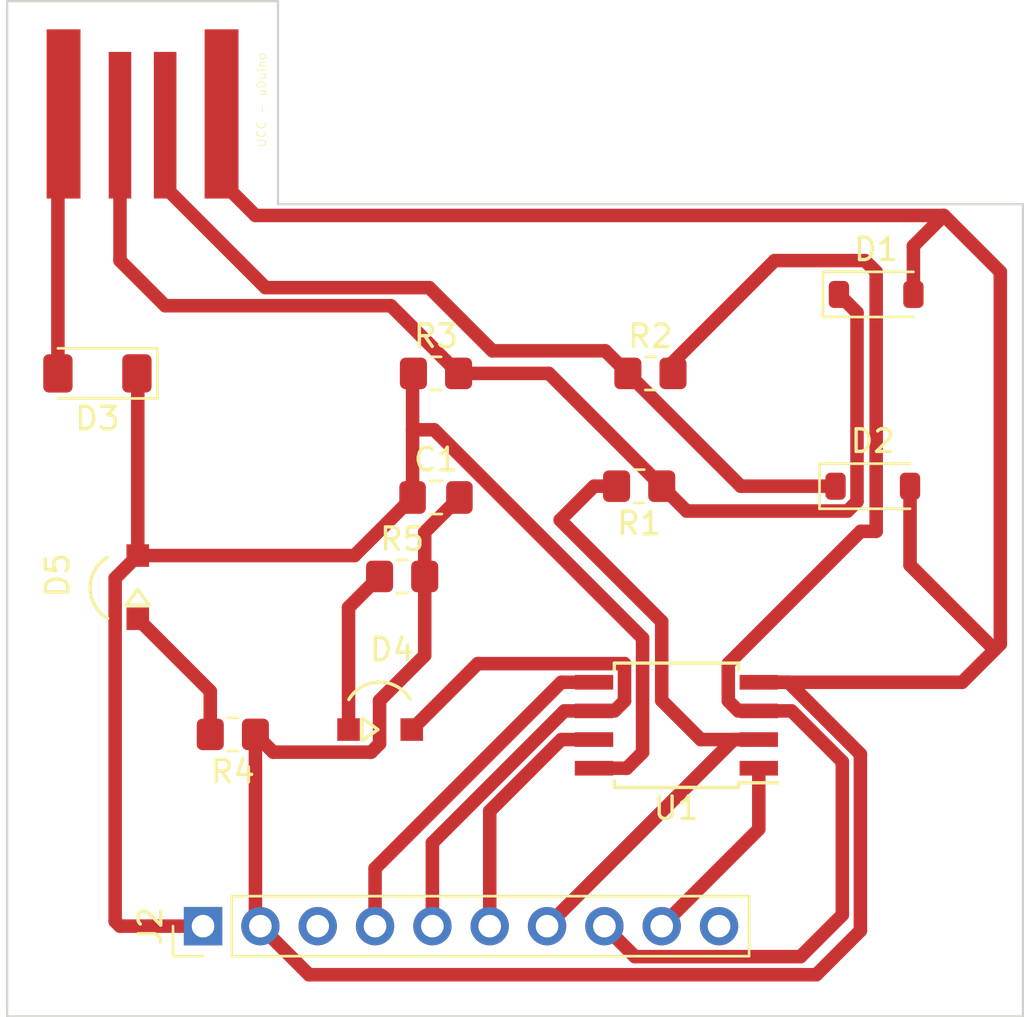
<source format=kicad_pcb>
(kicad_pcb (version 20241229) (generator "pcbnew") (generator_version "9.0")
  (layers (0 "F.Cu" signal) (2 "B.Cu" signal) (13 "F.Paste" user) (15 "B.Paste" user) (5 "F.SilkS" user "F.Silkscreen") (7 "B.SilkS" user "B.Silkscreen") (1 "F.Mask" user) (3 "B.Mask" user) (25 "Edge.Cuts" user))
  (net 0 "")
  (net 1 "GND")
  (net 2 "Net-(D1-K)")
  (net 3 "+5V")
  (net 4 "Net-(D2-K)")
  (net 5 "Net-(D3-A)")
  (net 6 "Net-(D4-A)")
  (net 7 "Net-(D4-K)")
  (net 8 "Net-(D5-K)")
  (net 9 "Net-(J2-Pin_4)")
  (net 10 "Net-(J2-Pin_7)")
  (net 11 "Net-(J2-Pin_6)")
  (net 13 "Net-(J2-Pin_9)")
  (net 15 "Net-(J2-Pin_8)")
  (footprint "ledSmd:ledSMD" (layer "F.Cu") (at 136.925 105.2875)
    (property "Reference" "D4" (at 0.125 -3.55 0) (layer "F.SilkS"))
    (property "Value" "Led Green")
    (fp_line (start -1.2 0.5) (end -1.2 -0.5) (stroke (width 0.15)) (layer "F.SilkS"))
    (fp_line (start -1.15 -0.475) (end -0.5 0) (stroke (width 0.15)) (layer "F.SilkS"))
    (fp_line (start -0.5 0) (end -1.2 0.5) (stroke (width 0.15)) (layer "F.SilkS"))
    (fp_arc (start -1.786089 -1.331572) (mid -0.435753 -2.107089) (end 0.924999 -1.349999) (stroke (width 0.15)) (layer "F.SilkS"))
    (pad "1" smd rect (at -1.8 0) (size 1 1) (layers "F.Cu" "F.Mask" "F.Paste") (net 7 "Net-(D4-K)"))
    (pad "2" smd rect (at 1 0) (size 1 1) (layers "F.Cu" "F.Mask" "F.Paste") (net 6 "Net-(D4-A)"))
  )
  (footprint "Package_SO:SOIC-8W_5.3x5.3mm_P1.27mm" (layer "F.Cu") (at 149.65 105.095 180)
    (property "Reference" "U1" (at 0 -3.68 0) (layer "F.SilkS"))
    (property "Value" "ATtiny85-20S" (hide yes))
    (fp_line (start 2.75 2.755) (end 2.75 2.455) (stroke (width 0.15)) (layer "F.SilkS"))
    (fp_line (start 2.75 -2.755) (end 2.75 -2.455) (stroke (width 0.15)) (layer "F.SilkS"))
    (fp_line (start -2.75 2.755) (end 2.75 2.755) (stroke (width 0.15)) (layer "F.SilkS"))
    (fp_line (start -2.75 2.755) (end -2.75 2.455) (stroke (width 0.15)) (layer "F.SilkS"))
    (fp_line (start -2.75 -2.55) (end -4.5 -2.55) (stroke (width 0.15)) (layer "F.SilkS"))
    (fp_line (start -2.75 -2.755) (end 2.75 -2.755) (stroke (width 0.15)) (layer "F.SilkS"))
    (fp_line (start -2.75 -2.755) (end -2.75 -2.55) (stroke (width 0.15)) (layer "F.SilkS"))
    (pad "1" smd rect (at -3.65 -1.905 180) (size 1.7 0.65) (layers "F.Cu" "F.Mask" "F.Paste") (net 13 "Net-(J2-Pin_9)"))
    (pad "2" smd rect (at -3.65 -0.635 180) (size 1.7 0.65) (layers "F.Cu" "F.Mask" "F.Paste") (net 10 "Net-(J2-Pin_7)"))
    (pad "3" smd rect (at -3.65 0.635 180) (size 1.7 0.65) (layers "F.Cu" "F.Mask" "F.Paste") (net 15 "Net-(J2-Pin_8)"))
    (pad "4" smd rect (at -3.65 1.905 180) (size 1.7 0.65) (layers "F.Cu" "F.Mask" "F.Paste") (net 1 "GND"))
    (pad "5" smd rect (at 3.65 1.905 180) (size 1.7 0.65) (layers "F.Cu" "F.Mask" "F.Paste") (net 9 "Net-(J2-Pin_4)"))
    (pad "6" smd rect (at 3.65 0.635 180) (size 1.7 0.65) (layers "F.Cu" "F.Mask" "F.Paste") (net 6 "Net-(D4-A)"))
    (pad "7" smd rect (at 3.65 -0.635 180) (size 1.7 0.65) (layers "F.Cu" "F.Mask" "F.Paste") (net 11 "Net-(J2-Pin_6)"))
    (pad "8" smd rect (at 3.65 -1.905 180) (size 1.7 0.65) (layers "F.Cu" "F.Mask" "F.Paste") (net 3 "+5V"))
  )
  (footprint "Diode_SMD:D_SOD-123" (layer "F.Cu") (at 158.35 94.5)
    (property "Reference" "D2" (at 0 -2 0) (layer "F.SilkS"))
    (property "Value" "3.6V 1/2mW")
    (fp_line (start -2.36 -1) (end -2.36 1) (stroke (width 0.12)) (layer "F.SilkS"))
    (fp_line (start -2.36 -1) (end 1.65 -1) (stroke (width 0.12)) (layer "F.SilkS"))
    (fp_line (start -2.36 1) (end 1.65 1) (stroke (width 0.12)) (layer "F.SilkS"))
    (pad "1" smd roundrect (at -1.65 0) (size 0.9 1.2) (layers "F.Cu" "F.Mask" "F.Paste") (net 4 "Net-(D2-K)"))
    (pad "2" smd roundrect (at 1.65 0) (size 0.9 1.2) (layers "F.Cu" "F.Mask" "F.Paste") (net 1 "GND"))
  )
  (footprint "ledSmd:ledSMD" (layer "F.Cu") (at 125.7875 98.575 90)
    (property "Reference" "D5" (at 0.125 -3.55 90) (layer "F.SilkS"))
    (property "Value" "Led Red")
    (fp_line (start -1.15 -0.475) (end -0.5 0) (stroke (width 0.15)) (layer "F.SilkS"))
    (fp_line (start -0.5 0) (end -1.2 0.5) (stroke (width 0.15)) (layer "F.SilkS"))
    (fp_line (start -1.2 0.5) (end -1.2 -0.5) (stroke (width 0.15)) (layer "F.SilkS"))
    (fp_arc (start -1.786089 -1.331572) (mid -0.435753 -2.107089) (end 0.924999 -1.349999) (stroke (width 0.15)) (layer "F.SilkS"))
    (pad "1" smd rect (at -1.8 0 90) (size 1 1) (layers "F.Cu" "F.Mask" "F.Paste") (net 8 "Net-(D5-K)"))
    (pad "2" smd rect (at 1 0 90) (size 1 1) (layers "F.Cu" "F.Mask" "F.Paste") (net 3 "+5V"))
  )
  (footprint "usbEmbedded:USB_A_UCC" (layer "F.Cu") (at 126 78.2 -90)
    (property "Reference" "J1" (hide yes))
    (property "Value" "USB_A_UCC" (hide yes))
    (fp_text user "UCC - uDuino" (at 1.3 -5.5 270) (layer "F.SilkS") (effects (font (size 0.38608 0.38608) (thickness 0.032512)) (justify left bottom)))
    (pad "1" smd rect (at -0.2 3.5 270) (size 7.5 1.5) (layers "F.Cu" "F.Mask" "F.Paste") (net 5 "Net-(D3-A)"))
    (pad "2" smd rect (at 0.3 1 270) (size 6.5 1) (layers "F.Cu" "F.Mask" "F.Paste") (net 2 "Net-(D1-K)"))
    (pad "3" smd rect (at 0.3 -1 270) (size 6.5 1) (layers "F.Cu" "F.Mask" "F.Paste") (net 4 "Net-(D2-K)"))
    (pad "4" smd rect (at -0.2 -3.5 270) (size 7.5 1.5) (layers "F.Cu" "F.Mask" "F.Paste") (net 1 "GND"))
  )
  (footprint "Capacitor_SMD:C_0805_2012Metric_Pad1.18x1.45mm_HandSolder" (layer "F.Cu") (at 139 95)
    (property "Reference" "C1" (at 0 -1.68 0) (layer "F.SilkS"))
    (property "Value" "0.1u")
    (fp_line (start -0.261252 -0.735) (end 0.261252 -0.735) (stroke (width 0.12)) (layer "F.SilkS"))
    (fp_line (start -0.261252 0.735) (end 0.261252 0.735) (stroke (width 0.12)) (layer "F.SilkS"))
    (pad "1" smd roundrect (at -1.0375 0) (size 1.175 1.45) (layers "F.Cu" "F.Mask" "F.Paste") (roundrect_rratio 0.212766) (net 3 "+5V"))
    (pad "2" smd roundrect (at 1.0375 0) (size 1.175 1.45) (layers "F.Cu" "F.Mask" "F.Paste") (roundrect_rratio 0.212766) (net 1 "GND"))
  )
  (footprint "Connector_PinHeader_2.54mm:PinHeader_1x10_P2.54mm_Vertical" (layer "F.Cu") (at 128.68 114 90)
    (property "Reference" "J2" (at 0 -2.33 90) (layer "F.SilkS"))
    (property "Value" "Header" (hide yes))
    (fp_line (start -1.33 -1.33) (end 0 -1.33) (stroke (width 0.12)) (layer "F.SilkS"))
    (fp_line (start -1.33 0) (end -1.33 -1.33) (stroke (width 0.12)) (layer "F.SilkS"))
    (fp_line (start 1.33 1.27) (end 1.33 24.19) (stroke (width 0.12)) (layer "F.SilkS"))
    (fp_line (start -1.33 1.27) (end 1.33 1.27) (stroke (width 0.12)) (layer "F.SilkS"))
    (fp_line (start -1.33 1.27) (end -1.33 24.19) (stroke (width 0.12)) (layer "F.SilkS"))
    (fp_line (start -1.33 24.19) (end 1.33 24.19) (stroke (width 0.12)) (layer "F.SilkS"))
    (pad "1" thru_hole rect (at 0 0 90) (size 1.7 1.7) (drill 1) (layers "*.Cu" "*.Mask") (net 3 "+5V"))
    (pad "2" thru_hole oval (at 0 2.54 90) (size 1.7 1.7) (drill 1) (layers "*.Cu" "*.Mask") (net 1 "GND"))
    (pad "3" thru_hole oval (at 0 5.08 90) (size 1.7 1.7) (drill 1) (layers "*.Cu" "*.Mask"))
    (pad "4" thru_hole oval (at 0 7.62 90) (size 1.7 1.7) (drill 1) (layers "*.Cu" "*.Mask") (net 9 "Net-(J2-Pin_4)"))
    (pad "5" thru_hole oval (at 0 10.16 90) (size 1.7 1.7) (drill 1) (layers "*.Cu" "*.Mask") (net 6 "Net-(D4-A)"))
    (pad "6" thru_hole oval (at 0 12.7 90) (size 1.7 1.7) (drill 1) (layers "*.Cu" "*.Mask") (net 11 "Net-(J2-Pin_6)"))
    (pad "7" thru_hole oval (at 0 15.24 90) (size 1.7 1.7) (drill 1) (layers "*.Cu" "*.Mask") (net 10 "Net-(J2-Pin_7)"))
    (pad "8" thru_hole oval (at 0 17.78 90) (size 1.7 1.7) (drill 1) (layers "*.Cu" "*.Mask") (net 15 "Net-(J2-Pin_8)"))
    (pad "9" thru_hole oval (at 0 20.32 90) (size 1.7 1.7) (drill 1) (layers "*.Cu" "*.Mask") (net 13 "Net-(J2-Pin_9)"))
    (pad "10" thru_hole oval (at 0 22.86 90) (size 1.7 1.7) (drill 1) (layers "*.Cu" "*.Mask"))
  )
  (footprint "Resistor_SMD:R_0805_2012Metric_Pad1.20x1.40mm_HandSolder" (layer "F.Cu") (at 148.5 89.5)
    (property "Reference" "R2" (at 0 -1.65 0) (layer "F.SilkS"))
    (property "Value" "68Ω 5% 1/8W")
    (fp_line (start -0.227064 -0.735) (end 0.227064 -0.735) (stroke (width 0.12)) (layer "F.SilkS"))
    (fp_line (start -0.227064 0.735) (end 0.227064 0.735) (stroke (width 0.12)) (layer "F.SilkS"))
    (pad "1" smd roundrect (at -1 0) (size 1.2 1.4) (layers "F.Cu" "F.Mask" "F.Paste") (roundrect_rratio 0.208333) (net 4 "Net-(D2-K)"))
    (pad "2" smd roundrect (at 1 0) (size 1.2 1.4) (layers "F.Cu" "F.Mask" "F.Paste") (roundrect_rratio 0.208333) (net 15 "Net-(J2-Pin_8)"))
  )
  (footprint "Diode_SMD:D_MiniMELF" (layer "F.Cu") (at 124 89.5 180)
    (property "Reference" "D3" (at 0 -2 0) (layer "F.SilkS"))
    (property "Value" "PMLL4148L")
    (fp_line (start 1.75 -1.11) (end -2.66 -1.11) (stroke (width 0.12)) (layer "F.SilkS"))
    (fp_line (start -2.66 1.11) (end 1.75 1.11) (stroke (width 0.12)) (layer "F.SilkS"))
    (fp_line (start -2.66 -1.11) (end -2.66 1.11) (stroke (width 0.12)) (layer "F.SilkS"))
    (pad "1" smd roundrect (at -1.75 0 180) (size 1.3 1.7) (layers "F.Cu" "F.Mask" "F.Paste") (roundrect_rratio 0.1923076923) (net 3 "+5V"))
    (pad "2" smd roundrect (at 1.75 0 180) (size 1.3 1.7) (layers "F.Cu" "F.Mask" "F.Paste") (roundrect_rratio 0.1923076923) (net 5 "Net-(D3-A)"))
  )
  (footprint "Resistor_SMD:R_0805_2012Metric_Pad1.20x1.40mm_HandSolder" (layer "F.Cu") (at 148 94.5 180)
    (property "Reference" "R1" (at 0 -1.65 0) (layer "F.SilkS"))
    (property "Value" "68Ω 5% 1/8W")
    (fp_line (start -0.227064 0.735) (end 0.227064 0.735) (stroke (width 0.12)) (layer "F.SilkS"))
    (fp_line (start -0.227064 -0.735) (end 0.227064 -0.735) (stroke (width 0.12)) (layer "F.SilkS"))
    (pad "1" smd roundrect (at -1 0 180) (size 1.2 1.4) (layers "F.Cu" "F.Mask" "F.Paste") (roundrect_rratio 0.208333) (net 2 "Net-(D1-K)"))
    (pad "2" smd roundrect (at 1 0 180) (size 1.2 1.4) (layers "F.Cu" "F.Mask" "F.Paste") (roundrect_rratio 0.208333) (net 10 "Net-(J2-Pin_7)"))
  )
  (footprint "Resistor_SMD:R_0805_2012Metric_Pad1.20x1.40mm_HandSolder" (layer "F.Cu") (at 137.5 98.5)
    (property "Reference" "R5" (at 0 -1.65 0) (layer "F.SilkS"))
    (property "Value" "330Ω 5% 1/8W")
    (fp_line (start -0.227064 -0.735) (end 0.227064 -0.735) (stroke (width 0.12)) (layer "F.SilkS"))
    (fp_line (start -0.227064 0.735) (end 0.227064 0.735) (stroke (width 0.12)) (layer "F.SilkS"))
    (pad "1" smd roundrect (at -1 0) (size 1.2 1.4) (layers "F.Cu" "F.Mask" "F.Paste") (roundrect_rratio 0.208333) (net 7 "Net-(D4-K)"))
    (pad "2" smd roundrect (at 1 0) (size 1.2 1.4) (layers "F.Cu" "F.Mask" "F.Paste") (roundrect_rratio 0.208333) (net 1 "GND"))
  )
  (footprint "Diode_SMD:D_SOD-123" (layer "F.Cu") (at 158.5 86)
    (property "Reference" "D1" (at 0 -2 0) (layer "F.SilkS"))
    (property "Value" "3.6V 1/2mW")
    (fp_line (start -2.36 -1) (end -2.36 1) (stroke (width 0.12)) (layer "F.SilkS"))
    (fp_line (start -2.36 -1) (end 1.65 -1) (stroke (width 0.12)) (layer "F.SilkS"))
    (fp_line (start -2.36 1) (end 1.65 1) (stroke (width 0.12)) (layer "F.SilkS"))
    (pad "1" smd roundrect (at -1.65 0) (size 0.9 1.2) (layers "F.Cu" "F.Mask" "F.Paste") (net 2 "Net-(D1-K)"))
    (pad "2" smd roundrect (at 1.65 0) (size 0.9 1.2) (layers "F.Cu" "F.Mask" "F.Paste") (net 1 "GND"))
  )
  (footprint "Resistor_SMD:R_0805_2012Metric_Pad1.20x1.40mm_HandSolder" (layer "F.Cu") (at 139 89.5)
    (property "Reference" "R3" (at 0 -1.65 0) (layer "F.SilkS"))
    (property "Value" "1.5KΩ 5% 1/8W")
    (fp_line (start -0.227064 -0.735) (end 0.227064 -0.735) (stroke (width 0.12)) (layer "F.SilkS"))
    (fp_line (start -0.227064 0.735) (end 0.227064 0.735) (stroke (width 0.12)) (layer "F.SilkS"))
    (pad "1" smd roundrect (at -1 0) (size 1.2 1.4) (layers "F.Cu" "F.Mask" "F.Paste") (roundrect_rratio 0.208333) (net 3 "+5V"))
    (pad "2" smd roundrect (at 1 0) (size 1.2 1.4) (layers "F.Cu" "F.Mask" "F.Paste") (roundrect_rratio 0.208333) (net 2 "Net-(D1-K)"))
  )
  (footprint "Resistor_SMD:R_0805_2012Metric_Pad1.20x1.40mm_HandSolder" (layer "F.Cu") (at 130 105.5 180)
    (property "Reference" "R4" (at 0 -1.65 0) (layer "F.SilkS"))
    (property "Value" "330Ω 5% 1/8W")
    (fp_line (start -0.227064 0.735) (end 0.227064 0.735) (stroke (width 0.12)) (layer "F.SilkS"))
    (fp_line (start -0.227064 -0.735) (end 0.227064 -0.735) (stroke (width 0.12)) (layer "F.SilkS"))
    (pad "1" smd roundrect (at -1 0 180) (size 1.2 1.4) (layers "F.Cu" "F.Mask" "F.Paste") (roundrect_rratio 0.208333) (net 1 "GND"))
    (pad "2" smd roundrect (at 1 0 180) (size 1.2 1.4) (layers "F.Cu" "F.Mask" "F.Paste") (roundrect_rratio 0.208333) (net 8 "Net-(D5-K)"))
  )
  (gr_line (start 120 118) (end 165 118) (stroke (width 0.1)) (layer "Edge.Cuts"))
  (gr_line (start 132 82) (end 132 73) (stroke (width 0.1)) (layer "Edge.Cuts"))
  (gr_line (start 165 82) (end 132 82) (stroke (width 0.1)) (layer "Edge.Cuts"))
  (gr_line (start 120 73) (end 120 118) (stroke (width 0.1)) (layer "Edge.Cuts"))
  (gr_line (start 132 73) (end 120 73) (stroke (width 0.1)) (layer "Edge.Cuts"))
  (gr_line (start 165 118) (end 165 82) (stroke (width 0.1)) (layer "Edge.Cuts"))
  (segment (start 160 94.5) (end 160 98) (width 0.6) (layer "F.Cu") (net 1))
  (segment (start 153.3 103.19) (end 162.31 103.19) (width 0.6) (layer "F.Cu") (net 1))
  (segment (start 131 82.5) (end 129.5 81) (width 0.6) (layer "F.Cu") (net 1))
  (segment (start 136.5 104) (end 138.5 102) (width 0.6) (layer "F.Cu") (net 1))
  (segment (start 131 105.5) (end 131.7885 106.2885) (width 0.6) (layer "F.Cu") (net 1))
  (segment (start 129.5 81) (end 129.5 78) (width 0.6) (layer "F.Cu") (net 1))
  (segment (start 136.126 106.2885) (end 136.5 105.9145) (width 0.6) (layer "F.Cu") (net 1))
  (segment (start 131.22 114) (end 131.22 113.72) (width 0.6) (layer "F.Cu") (net 1))
  (segment (start 164 85) (end 161.5 82.5) (width 0.6) (layer "F.Cu") (net 1))
  (segment (start 155.848 116.152) (end 157.801 114.199) (width 0.6) (layer "F.Cu") (net 1))
  (segment (start 162.31 103.19) (end 163.75 101.75) (width 0.6) (layer "F.Cu") (net 1))
  (segment (start 131.7885 106.2885) (end 136.126 106.2885) (width 0.6) (layer "F.Cu") (net 1))
  (segment (start 138.5 98.5) (end 138.5 96.5375) (width 0.6) (layer "F.Cu") (net 1))
  (segment (start 160.15 83.85) (end 161.5 82.5) (width 0.6) (layer "F.Cu") (net 1))
  (segment (start 157.801 106.378214) (end 154.612786 103.19) (width 0.6) (layer "F.Cu") (net 1))
  (segment (start 136.5 105.9145) (end 136.5 104) (width 0.6) (layer "F.Cu") (net 1))
  (segment (start 138.5 96.5375) (end 140.0375 95) (width 0.6) (layer "F.Cu") (net 1))
  (segment (start 131.22 113.72) (end 131 113.5) (width 0.6) (layer "F.Cu") (net 1))
  (segment (start 163.75 101.75) (end 164 101.5) (width 0.6) (layer "F.Cu") (net 1))
  (segment (start 157.801 114.199) (end 157.801 106.378214) (width 0.6) (layer "F.Cu") (net 1))
  (segment (start 161.5 82.5) (end 131 82.5) (width 0.6) (layer "F.Cu") (net 1))
  (segment (start 138.5 102) (end 138.5 98.5) (width 0.6) (layer "F.Cu") (net 1))
  (segment (start 160.15 86) (end 160.15 83.85) (width 0.6) (layer "F.Cu") (net 1))
  (segment (start 154.612786 103.19) (end 153.3 103.19) (width 0.6) (layer "F.Cu") (net 1))
  (segment (start 133.372 116.152) (end 155.848 116.152) (width 0.6) (layer "F.Cu") (net 1))
  (segment (start 164 101.5) (end 164 85) (width 0.6) (layer "F.Cu") (net 1))
  (segment (start 160 98) (end 163.75 101.75) (width 0.6) (layer "F.Cu") (net 1))
  (segment (start 131.22 114) (end 133.372 116.152) (width 0.6) (layer "F.Cu") (net 1))
  (segment (start 131 113.5) (end 131 105.5) (width 0.6) (layer "F.Cu") (net 1))
  (segment (start 125 84.5) (end 127 86.5) (width 0.6) (layer "F.Cu") (net 2))
  (segment (start 149 94.5) (end 150.101 95.601) (width 0.6) (layer "F.Cu") (net 2))
  (segment (start 144 89.5) (end 149 94.5) (width 0.6) (layer "F.Cu") (net 2))
  (segment (start 150.101 95.601) (end 157.231954 95.601) (width 0.6) (layer "F.Cu") (net 2))
  (segment (start 127 86.5) (end 137 86.5) (width 0.6) (layer "F.Cu") (net 2))
  (segment (start 137 86.5) (end 140 89.5) (width 0.6) (layer "F.Cu") (net 2))
  (segment (start 140 89.5) (end 144 89.5) (width 0.6) (layer "F.Cu") (net 2))
  (segment (start 125 78.5) (end 125 84.5) (width 0.6) (layer "F.Cu") (net 2))
  (segment (start 157.651 95.181954) (end 157.651 86.801) (width 0.6) (layer "F.Cu") (net 2))
  (segment (start 157.231954 95.601) (end 157.651 95.181954) (width 0.6) (layer "F.Cu") (net 2))
  (segment (start 157.651 86.801) (end 156.85 86) (width 0.6) (layer "F.Cu") (net 2))
  (segment (start 124.7865 98.576) (end 125.7875 97.575) (width 0.6) (layer "F.Cu") (net 3))
  (segment (start 124.7865 113.7865) (end 124.7865 98.576) (width 0.6) (layer "F.Cu") (net 3))
  (segment (start 137.9625 89.5375) (end 138 89.5) (width 0.6) (layer "F.Cu") (net 3))
  (segment (start 125.7875 97.575) (end 135.3875 97.575) (width 0.6) (layer "F.Cu") (net 3))
  (segment (start 148.152 101.232998) (end 138.919002 92) (width 0.6) (layer "F.Cu") (net 3))
  (segment (start 147.45 107) (end 148.152 106.298) (width 0.6) (layer "F.Cu") (net 3))
  (segment (start 128.68 114) (end 125 114) (width 0.6) (layer "F.Cu") (net 3))
  (segment (start 137.9625 92) (end 137.9625 89.5375) (width 0.6) (layer "F.Cu") (net 3))
  (segment (start 146 107) (end 147.45 107) (width 0.6) (layer "F.Cu") (net 3))
  (segment (start 125.7875 97.575) (end 125.7875 89.5375) (width 0.6) (layer "F.Cu") (net 3))
  (segment (start 138.919002 92) (end 137.9625 92) (width 0.6) (layer "F.Cu") (net 3))
  (segment (start 137.9625 95) (end 137.9625 92) (width 0.6) (layer "F.Cu") (net 3))
  (segment (start 125 114) (end 124.7865 113.7865) (width 0.6) (layer "F.Cu") (net 3))
  (segment (start 135.3875 97.575) (end 137.9625 95) (width 0.6) (layer "F.Cu") (net 3))
  (segment (start 125.7875 89.5375) (end 125.75 89.5) (width 0.6) (layer "F.Cu") (net 3))
  (segment (start 148.152 106.298) (end 148.152 101.232998) (width 0.6) (layer "F.Cu") (net 3))
  (segment (start 147.5 89.5) (end 146.5 88.5) (width 0.6) (layer "F.Cu") (net 4))
  (segment (start 138.699 85.699) (end 131.449 85.699) (width 0.6) (layer "F.Cu") (net 4))
  (segment (start 152.5 94.5) (end 147.5 89.5) (width 0.6) (layer "F.Cu") (net 4))
  (segment (start 146.5 88.5) (end 141.5 88.5) (width 0.6) (layer "F.Cu") (net 4))
  (segment (start 141.5 88.5) (end 138.699 85.699) (width 0.6) (layer "F.Cu") (net 4))
  (segment (start 127 81.25) (end 127 78.5) (width 0.6) (layer "F.Cu") (net 4))
  (segment (start 131.449 85.699) (end 127 81.25) (width 0.6) (layer "F.Cu") (net 4))
  (segment (start 156.7 94.5) (end 152.5 94.5) (width 0.6) (layer "F.Cu") (net 4))
  (segment (start 122.25 78.25) (end 122.5 78) (width 0.6) (layer "F.Cu") (net 5))
  (segment (start 122.25 89.5) (end 122.25 78.25) (width 0.6) (layer "F.Cu") (net 5))
  (segment (start 147.351 102.364) (end 140.8485 102.364) (width 0.6) (layer "F.Cu") (net 6))
  (segment (start 140.8485 102.364) (end 137.925 105.2875) (width 0.6) (layer "F.Cu") (net 6))
  (segment (start 144.687215 104.46) (end 146 104.46) (width 0.6) (layer "F.Cu") (net 6))
  (segment (start 146 104.46) (end 146.907 104.46) (width 0.6) (layer "F.Cu") (net 6))
  (segment (start 147.351 104.016) (end 147.351 102.364) (width 0.6) (layer "F.Cu") (net 6))
  (segment (start 146.907 104.46) (end 147.351 104.016) (width 0.6) (layer "F.Cu") (net 6))
  (segment (start 138.84 114) (end 138.84 110.307215) (width 0.6) (layer "F.Cu") (net 6))
  (segment (start 138.84 110.307215) (end 144.687215 104.46) (width 0.6) (layer "F.Cu") (net 6))
  (segment (start 135.125 105.2875) (end 135.125 99.875) (width 0.6) (layer "F.Cu") (net 7))
  (segment (start 135.125 99.875) (end 136.5 98.5) (width 0.6) (layer "F.Cu") (net 7))
  (segment (start 129 103.5875) (end 125.7875 100.375) (width 0.6) (layer "F.Cu") (net 8))
  (segment (start 129 105.5) (end 129 103.5875) (width 0.6) (layer "F.Cu") (net 8))
  (segment (start 136.3 111.44) (end 144.55 103.19) (width 0.6) (layer "F.Cu") (net 9))
  (segment (start 136.3 114) (end 136.3 111.44) (width 0.6) (layer "F.Cu") (net 9))
  (segment (start 144.55 103.19) (end 146 103.19) (width 0.6) (layer "F.Cu") (net 9))
  (segment (start 143.92 114) (end 152.19 105.73) (width 0.6) (layer "F.Cu") (net 10))
  (segment (start 153.3 105.73) (end 150.73 105.73) (width 0.6) (layer "F.Cu") (net 10))
  (segment (start 150.73 105.73) (end 149 104) (width 0.6) (layer "F.Cu") (net 10))
  (segment (start 152.19 105.73) (end 153.3 105.73) (width 0.6) (layer "F.Cu") (net 10))
  (segment (start 149 104) (end 149 100.5) (width 0.6) (layer "F.Cu") (net 10))
  (segment (start 146 94.5) (end 147 94.5) (width 0.6) (layer "F.Cu") (net 10))
  (segment (start 144.5 96) (end 146 94.5) (width 0.6) (layer "F.Cu") (net 10))
  (segment (start 149 100.5) (end 144.5 96) (width 0.6) (layer "F.Cu") (net 10))
  (segment (start 141.38 108.9) (end 144.55 105.73) (width 0.6) (layer "F.Cu") (net 11))
  (segment (start 141.38 114) (end 141.38 108.9) (width 0.6) (layer "F.Cu") (net 11))
  (segment (start 144.55 105.73) (end 146 105.73) (width 0.6) (layer "F.Cu") (net 11))
  (segment (start 149 114) (end 153.3 109.7) (width 0.6) (layer "F.Cu") (net 13))
  (segment (start 153.3 109.7) (end 153.3 107) (width 0.6) (layer "F.Cu") (net 13))
  (segment (start 158 84.5) (end 154 84.5) (width 0.6) (layer "F.Cu") (net 15))
  (segment (start 149.5 89) (end 149.5 89.5) (width 0.6) (layer "F.Cu") (net 15))
  (segment (start 146.46 114) (end 147.811 115.351) (width 0.6) (layer "F.Cu") (net 15))
  (segment (start 158.5 96.5) (end 158.5 85) (width 0.6) (layer "F.Cu") (net 15))
  (segment (start 157.813 96.5) (end 158.5 96.5) (width 0.6) (layer "F.Cu") (net 15))
  (segment (start 154 84.5) (end 149.5 89) (width 0.6) (layer "F.Cu") (net 15))
  (segment (start 157 106.71) (end 154.75 104.46) (width 0.6) (layer "F.Cu") (net 15))
  (segment (start 151.949 104.016) (end 151.949 102.364) (width 0.6) (layer "F.Cu") (net 15))
  (segment (start 154.75 104.46) (end 153.3 104.46) (width 0.6) (layer "F.Cu") (net 15))
  (segment (start 158.5 85) (end 158 84.5) (width 0.6) (layer "F.Cu") (net 15))
  (segment (start 153.3 104.46) (end 152.393 104.46) (width 0.6) (layer "F.Cu") (net 15))
  (segment (start 155.149 115.351) (end 157 113.5) (width 0.6) (layer "F.Cu") (net 15))
  (segment (start 152.393 104.46) (end 151.949 104.016) (width 0.6) (layer "F.Cu") (net 15))
  (segment (start 147.811 115.351) (end 155.149 115.351) (width 0.6) (layer "F.Cu") (net 15))
  (segment (start 157 113.5) (end 157 106.71) (width 0.6) (layer "F.Cu") (net 15))
  (segment (start 151.949 102.364) (end 157.813 96.5) (width 0.6) (layer "F.Cu") (net 15))
)
</source>
